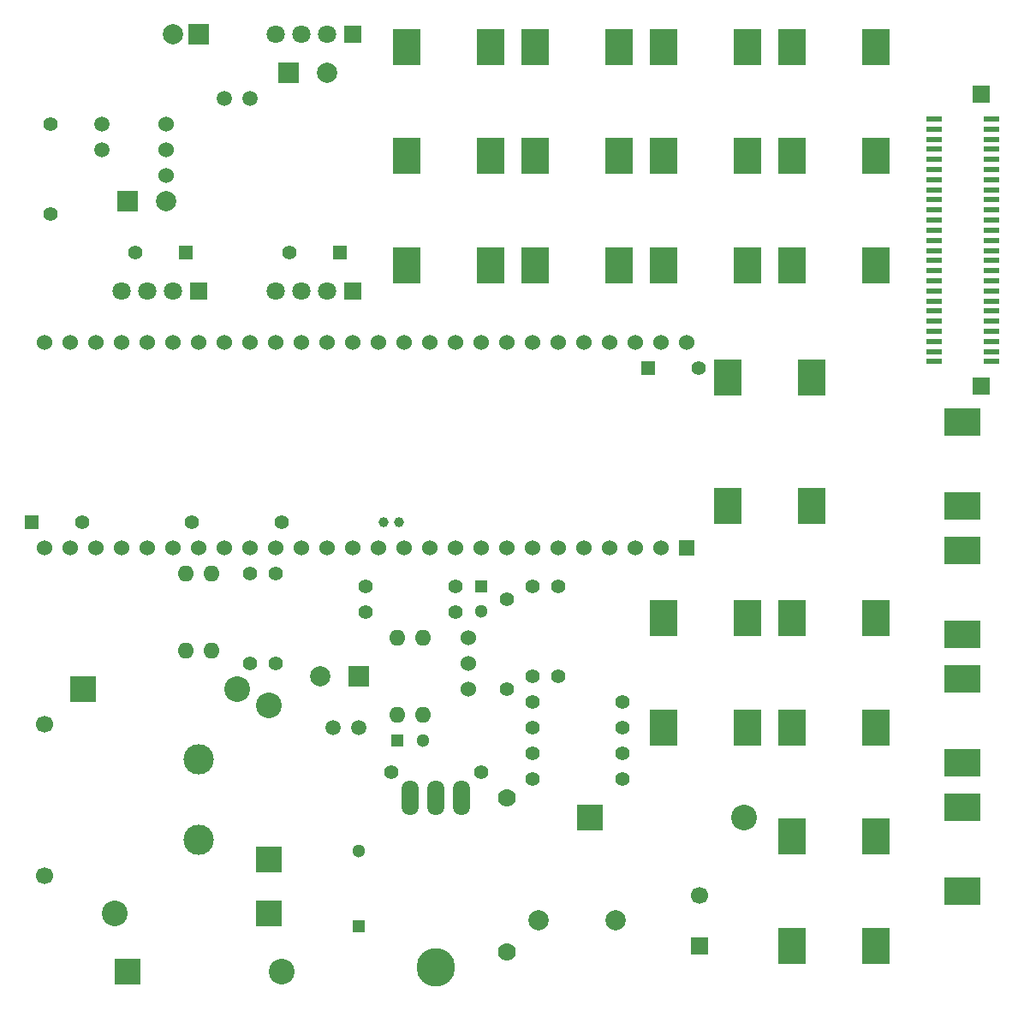
<source format=gbs>
G04 #@! TF.FileFunction,Soldermask,Bot*
%FSLAX46Y46*%
G04 Gerber Fmt 4.6, Leading zero omitted, Abs format (unit mm)*
G04 Created by KiCad (PCBNEW 4.0.0-rc1-stable) date 2015/09/16 10:56:14*
%MOMM*%
G01*
G04 APERTURE LIST*
%ADD10C,0.100000*%
%ADD11R,1.524000X1.524000*%
%ADD12C,1.524000*%
%ADD13R,1.400000X1.400000*%
%ADD14C,1.400000*%
%ADD15R,1.300000X1.300000*%
%ADD16C,1.300000*%
%ADD17C,1.501140*%
%ADD18C,1.700000*%
%ADD19R,1.700000X1.700000*%
%ADD20C,3.000000*%
%ADD21C,2.540000*%
%ADD22R,2.540000X2.540000*%
%ADD23C,1.998980*%
%ADD24R,1.998980X1.998980*%
%ADD25R,3.600000X2.700000*%
%ADD26R,2.700000X3.600000*%
%ADD27R,1.800000X1.750000*%
%ADD28R,1.600000X0.600000*%
%ADD29O,1.699260X3.500120*%
%ADD30C,3.799840*%
%ADD31C,1.397000*%
%ADD32C,1.778000*%
%ADD33O,1.600000X1.600000*%
%ADD34C,1.000760*%
%ADD35C,2.000000*%
%ADD36R,2.000000X2.000000*%
%ADD37C,1.800000*%
%ADD38R,1.800000X1.800000*%
G04 APERTURE END LIST*
D10*
D11*
X66040000Y45085000D03*
D12*
X63500000Y45085000D03*
X60960000Y45085000D03*
X58420000Y45085000D03*
X55880000Y45085000D03*
X53340000Y45085000D03*
X50800000Y45085000D03*
X48260000Y45085000D03*
X45720000Y45085000D03*
X43180000Y45085000D03*
X40640000Y45085000D03*
X38100000Y45085000D03*
X35560000Y45085000D03*
X33020000Y45085000D03*
X30480000Y45085000D03*
X27940000Y45085000D03*
X25400000Y45085000D03*
X22860000Y45085000D03*
X20320000Y45085000D03*
X17780000Y45085000D03*
X15240000Y45085000D03*
X12700000Y45085000D03*
X10160000Y45085000D03*
X7620000Y45085000D03*
X5080000Y45085000D03*
X2540000Y45085000D03*
X5080000Y65405000D03*
X7620000Y65405000D03*
X10160000Y65405000D03*
X12700000Y65405000D03*
X15240000Y65405000D03*
X17780000Y65405000D03*
X20320000Y65405000D03*
X22860000Y65405000D03*
X25400000Y65405000D03*
X27940000Y65405000D03*
X30480000Y65405000D03*
X33020000Y65405000D03*
X35560000Y65405000D03*
X38100000Y65405000D03*
X40640000Y65405000D03*
X43180000Y65405000D03*
X45720000Y65405000D03*
X48260000Y65405000D03*
X50800000Y65405000D03*
X53340000Y65405000D03*
X55880000Y65405000D03*
X58420000Y65405000D03*
X60960000Y65405000D03*
X63500000Y65405000D03*
X66040000Y65405000D03*
X2540000Y65405000D03*
D13*
X1270000Y47625000D03*
D14*
X6270000Y47625000D03*
D13*
X16510000Y74295000D03*
D14*
X11510000Y74295000D03*
D13*
X31750000Y74295000D03*
D14*
X26750000Y74295000D03*
D13*
X62230000Y62865000D03*
D14*
X67230000Y62865000D03*
D15*
X45720000Y41275000D03*
D16*
X45720000Y38775000D03*
D15*
X37465000Y26035000D03*
D16*
X39965000Y26035000D03*
D15*
X33655000Y7620000D03*
D16*
X33655000Y15120000D03*
D17*
X20320000Y89535000D03*
X22860000Y89535000D03*
D18*
X67310000Y10715000D03*
D19*
X67310000Y5715000D03*
D17*
X31115000Y27305000D03*
X33655000Y27305000D03*
X8255000Y86995000D03*
X8255000Y84455000D03*
D20*
X17780000Y24130000D03*
X17780000Y16210000D03*
D18*
X2580000Y27670000D03*
X2580000Y12670000D03*
D21*
X9523780Y8892960D03*
D22*
X24763780Y8892960D03*
D21*
X26036220Y3172040D03*
D22*
X10796220Y3172040D03*
D21*
X24767960Y29529220D03*
D22*
X24767960Y14289220D03*
D21*
X21591220Y31112040D03*
D22*
X6351220Y31112040D03*
D23*
X29845000Y32385000D03*
D24*
X33655000Y32385000D03*
D23*
X14605000Y79375000D03*
D24*
X10795000Y79375000D03*
D21*
X71756220Y18412040D03*
D22*
X56516220Y18412040D03*
D23*
X30480000Y92075000D03*
D24*
X26670000Y92075000D03*
D23*
X51435000Y8255000D03*
X59055000Y8255000D03*
D25*
X93345000Y49190000D03*
X93345000Y57490000D03*
X93345000Y36490000D03*
X93345000Y44790000D03*
X93345000Y23790000D03*
X93345000Y32090000D03*
X93345000Y11090000D03*
X93345000Y19390000D03*
D26*
X76495000Y5715000D03*
X84795000Y5715000D03*
X76495000Y16510000D03*
X84795000Y16510000D03*
X76495000Y27305000D03*
X84795000Y27305000D03*
X63795000Y27305000D03*
X72095000Y27305000D03*
X76495000Y38100000D03*
X84795000Y38100000D03*
X63795000Y38100000D03*
X72095000Y38100000D03*
X70145000Y49212000D03*
X78445000Y49212000D03*
X70145000Y61912000D03*
X78445000Y61912000D03*
X76495000Y73025000D03*
X84795000Y73025000D03*
X63795000Y73025000D03*
X72095000Y73025000D03*
X51095000Y73025000D03*
X59395000Y73025000D03*
X38395000Y73025000D03*
X46695000Y73025000D03*
X38395000Y83820000D03*
X46695000Y83820000D03*
X51095000Y83820000D03*
X59395000Y83820000D03*
X63795000Y83820000D03*
X72095000Y83820000D03*
X76495000Y83820000D03*
X84795000Y83820000D03*
X38395000Y94615000D03*
X46695000Y94615000D03*
X51095000Y94615000D03*
X59395000Y94615000D03*
X63795000Y94615000D03*
X72095000Y94615000D03*
X76495000Y94615000D03*
X84795000Y94615000D03*
D27*
X95200000Y61075000D03*
D28*
X90500000Y63500000D03*
X96200000Y63500000D03*
X90500000Y64500000D03*
X96200000Y64500000D03*
X90500000Y65500000D03*
X96200000Y65500000D03*
X90500000Y66500000D03*
X96200000Y66500000D03*
X90500000Y67500000D03*
X96200000Y67500000D03*
X90500000Y68500000D03*
X96200000Y68500000D03*
X90500000Y69500000D03*
X96200000Y69500000D03*
X90500000Y70500000D03*
X96200000Y70500000D03*
X90500000Y71500000D03*
X96200000Y71500000D03*
X90500000Y72500000D03*
X96200000Y72500000D03*
X90500000Y73500000D03*
X96200000Y73500000D03*
X90500000Y74500000D03*
X96200000Y74500000D03*
X90500000Y75500000D03*
X96200000Y75500000D03*
X90500000Y76500000D03*
X96200000Y76500000D03*
X90500000Y77500000D03*
X96200000Y77500000D03*
X90500000Y78500000D03*
X96200000Y78500000D03*
X90500000Y79500000D03*
X96200000Y79500000D03*
X90500000Y80500000D03*
X96200000Y80500000D03*
X90500000Y81500000D03*
X96200000Y81500000D03*
X90500000Y82500000D03*
X96200000Y82500000D03*
X90500000Y83500000D03*
X96200000Y83500000D03*
X90500000Y84500000D03*
X96200000Y84500000D03*
X90500000Y85500000D03*
X96200000Y85500000D03*
X90500000Y86500000D03*
X96200000Y86500000D03*
X90500000Y87500000D03*
X96200000Y87500000D03*
D27*
X95200000Y89925000D03*
D29*
X41275000Y20320000D03*
X43815000Y20320000D03*
X38735000Y20320000D03*
D30*
X41275000Y3556000D03*
D31*
X34290000Y41275000D03*
X43180000Y41275000D03*
X17145000Y47625000D03*
X26035000Y47625000D03*
X34290000Y38735000D03*
X43180000Y38735000D03*
X50800000Y32385000D03*
X50800000Y41275000D03*
X3175000Y78105000D03*
X3175000Y86995000D03*
X48260000Y31115000D03*
X48260000Y40005000D03*
X22860000Y33655000D03*
X22860000Y42545000D03*
X53340000Y41275000D03*
X53340000Y32385000D03*
X25400000Y42545000D03*
X25400000Y33655000D03*
X59690000Y29845000D03*
X50800000Y29845000D03*
X59690000Y27305000D03*
X50800000Y27305000D03*
X50800000Y24765000D03*
X59690000Y24765000D03*
X50800000Y22225000D03*
X59690000Y22225000D03*
X45720000Y22860000D03*
X36830000Y22860000D03*
D32*
X48260000Y20320000D03*
X48260000Y5080000D03*
D12*
X44450000Y33655000D03*
X44450000Y36195000D03*
X44450000Y31115000D03*
D33*
X16510000Y42545000D03*
X19050000Y42545000D03*
X19050000Y34925000D03*
X16510000Y34925000D03*
X37465000Y36195000D03*
X40005000Y36195000D03*
X40005000Y28575000D03*
X37465000Y28575000D03*
D12*
X14605000Y84455000D03*
X14605000Y81915000D03*
X14605000Y86995000D03*
D34*
X37579300Y47625000D03*
X36080700Y47625000D03*
D35*
X15240000Y95885000D03*
D36*
X17780000Y95885000D03*
D37*
X15240000Y70485000D03*
D38*
X17780000Y70485000D03*
D37*
X12700000Y70485000D03*
X10160000Y70485000D03*
X30480000Y70485000D03*
D38*
X33020000Y70485000D03*
D37*
X27940000Y70485000D03*
X25400000Y70485000D03*
X30480000Y95885000D03*
D38*
X33020000Y95885000D03*
D37*
X27940000Y95885000D03*
X25400000Y95885000D03*
M02*

</source>
